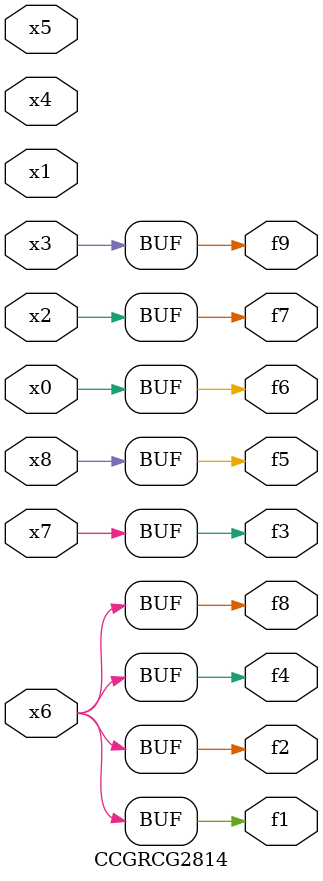
<source format=v>
module CCGRCG2814(
	input x0, x1, x2, x3, x4, x5, x6, x7, x8,
	output f1, f2, f3, f4, f5, f6, f7, f8, f9
);
	assign f1 = x6;
	assign f2 = x6;
	assign f3 = x7;
	assign f4 = x6;
	assign f5 = x8;
	assign f6 = x0;
	assign f7 = x2;
	assign f8 = x6;
	assign f9 = x3;
endmodule

</source>
